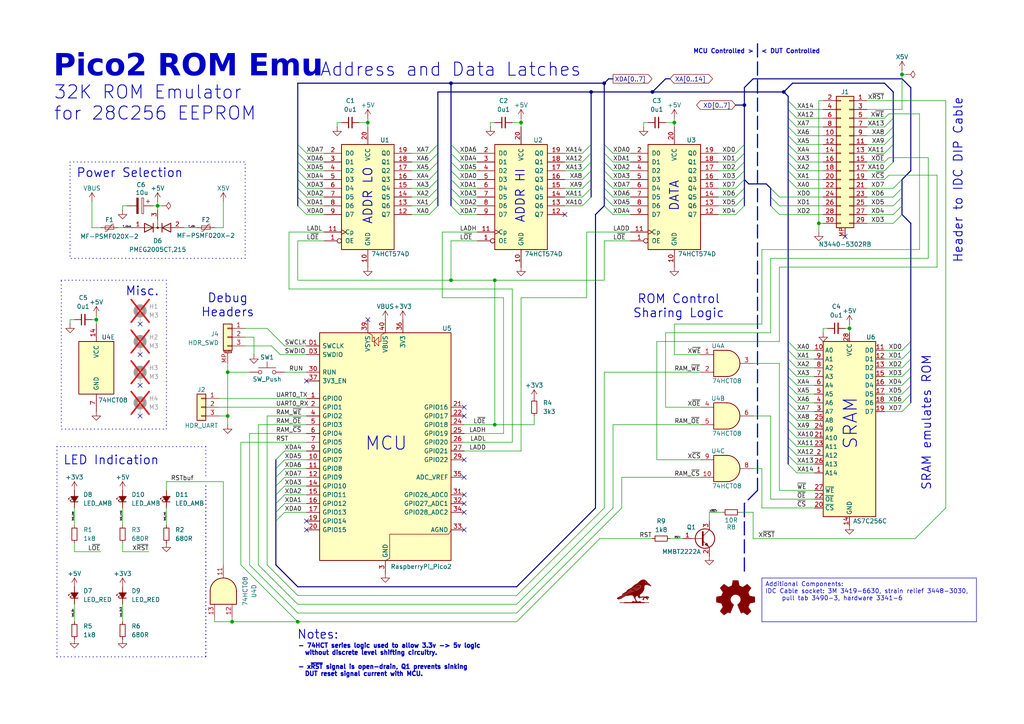
<source format=kicad_sch>
(kicad_sch (version 20250114) (generator "eeschema") (generator_version "9.0")
  (paper "A4")
  (title_block (title "RPi Pico 2 32k x 8 ROM Emulator") (date "2025-04-16") (rev "1") (company "Grackle Computing") (comment 1 "CC BY-SA-NC 4.0"))
  (rectangle (start 20.32 46.99) (end 71.12 74.93) (stroke (width 0.25) (type dot)))
  (rectangle (start 17.78 81.28) (end 48.26 124.46) (stroke (width 0.25) (type dot)))
  (text "32K ROM Emulator\nfor 28C256 EEPROM" (at 15.494 29.972 0) (effects (font (size 3.81 3.81) (thickness 0.254) (bold yes)) (justify left)))
  (text "ADDR LO" (at 106.68 56.896 90) (effects (font (size 2.54 2.54) (thickness 0.254) (bold yes))))
  (text "Notes:" (at 86.106 185.674 0) (effects (font (size 2.54 2.54) (thickness 0.254) (bold yes)) (justify left bottom)))
  (text "LED Indication" (at 18.288 133.604 0) (effects (font (size 2.54 2.54) (thickness 0.254) (bold yes)) (justify left)))
  (text "Header to IDC DIP Cable" (at 277.876 52.324 90) (effects (font (size 2.54 2.54) (thickness 0.254) (bold yes))))
  (text "Address and Data Latches" (at 92.71 20.32 0) (effects (font (size 3.81 3.81) (thickness 0.254) (bold yes)) (justify left)))
  (text "Misc." (at 36.322 84.582 0) (effects (font (size 2.54 2.54) (thickness 0.254) (bold yes)) (justify left)))
  (text "ROM Control\nSharing Logic" (at 196.85 88.9 0) (effects (font (size 2.54 2.54) (thickness 0.254) (bold yes))))
  (text "DATA" (at 195.58 56.896 90) (effects (font (size 2.54 2.54) (thickness 0.254) (bold yes))))
  (text "Debug\nHeaders" (at 66.04 88.646 0) (effects (font (size 2.54 2.54) (thickness 0.254) (bold yes))))
  (text "MCU" (at 112.014 128.778 0) (effects (font (size 3.81 3.81) (thickness 0.254) (bold yes))))
  (text "MCU Controlled >" (at 218.694 14.986 0) (effects (font (size 1.27 1.27) (thickness 0.254) (bold yes)) (justify right)))
  (text "Power Selection" (at 22.098 50.292 0) (effects (font (size 2.54 2.54) (thickness 0.254) (bold yes)) (justify left)))
  (text "SRAM emulates ROM" (at 268.732 122.682 90) (effects (font (size 2.54 2.54) (thickness 0.254) (bold yes))))
  (text "SRAM" (at 246.634 122.936 90) (effects (font (size 3.81 3.81) (thickness 0.254) (bold yes))))
  (text "< DUT Controlled" (at 220.726 14.986 0) (effects (font (size 1.27 1.27) (thickness 0.254) (bold yes)) (justify left)))
  (text "ADDR HI" (at 150.876 56.896 90) (effects (font (size 2.54 2.54) (thickness 0.254) (bold yes))))
  (text "- 74HCT series logic used to allow 3.3v -> 5v logic \n  without discrete level shifting circuitry.\n\n- x~{RST} signal is open-drain, Q1 prevents sinking \n  DUT reset signal current with MCU." (at 86.36 186.69 0) (effects (font (size 1.27 1.27) (thickness 0.3175)) (justify left top)))
  (text "Pico2 ROM Emu" (at 15.494 21.082 0) (effects (font (size 6.35 6.35) (thickness 0.254) (bold yes)) (justify left)))
  (text_box "Additional Components:\nIDC Cable socket: 3M 3419-6630, strain relief 3448-3030,\n	pull tab 3490-3, hardware 3341-6" (at 220.98 167.64 0) (size 62.23 12.7) (margins 0.9525 0.9525 0.9525 0.9525) (effects (font (size 1.27 1.27)) (justify left top)))
  (junction (at 66.04 120.65))
  (junction (at 86.36 180.34))
  (junction (at 215.9 30.48))
  (junction (at 143.51 81.28))
  (junction (at 175.26 24.13))
  (junction (at 27.94 92.71))
  (junction (at 195.58 35.56))
  (junction (at 106.68 35.56))
  (junction (at 67.31 180.34))
  (junction (at 261.62 21.59))
  (junction (at 227.33 26.67))
  (junction (at 151.13 35.56))
  (junction (at 45.72 59.69))
  (junction (at 143.51 123.19))
  (junction (at 130.81 24.13))
  (junction (at 246.38 95.25))
  (junction (at 130.81 81.28))
  (junction (at 189.23 26.67))
  (junction (at 237.49 64.77))
  (junction (at 66.04 107.95))
  (junction (at 171.45 26.67))
  (no_connect (at 245.11 68.58))
  (no_connect (at 88.9 151.13))
  (no_connect (at 106.68 92.71))
  (no_connect (at 40.64 120.65))
  (no_connect (at 134.62 146.05))
  (no_connect (at 134.62 148.59))
  (no_connect (at 88.9 110.49))
  (no_connect (at 40.64 111.76))
  (no_connect (at 134.62 153.67))
  (no_connect (at 134.62 133.35))
  (no_connect (at 134.62 118.11))
  (no_connect (at 163.83 62.23))
  (no_connect (at 134.62 143.51))
  (no_connect (at 134.62 120.65))
  (no_connect (at 134.62 138.43))
  (no_connect (at 40.64 93.98))
  (no_connect (at 40.64 102.87))
  (no_connect (at 88.9 153.67))
  (bus_entry (at 231.14 132.08) (size -2.54 -2.54))
  (bus_entry (at 231.14 137.16) (size -2.54 -2.54))
  (bus_entry (at 223.52 59.69) (size 2.54 2.54))
  (bus_entry (at 124.46 49.53) (size 2.54 -2.54))
  (bus_entry (at 231.14 106.68) (size -2.54 -2.54))
  (bus_entry (at 168.91 44.45) (size 2.54 -2.54))
  (bus_entry (at 213.36 44.45) (size 2.54 -2.54))
  (bus_entry (at 88.9 52.07) (size -2.54 -2.54))
  (bus_entry (at 261.62 116.84) (size 2.54 -2.54))
  (bus_entry (at 259.08 62.23) (size 2.54 -2.54))
  (bus_entry (at 231.14 104.14) (size -2.54 -2.54))
  (bus_entry (at 231.14 36.83) (size -2.54 -2.54))
  (bus_entry (at 82.55 133.35) (size -2.54 2.54))
  (bus_entry (at 231.14 111.76) (size -2.54 -2.54))
  (bus_entry (at 256.54 39.37) (size 2.54 -2.54))
  (bus_entry (at 88.9 49.53) (size -2.54 -2.54))
  (bus_entry (at 213.36 59.69) (size 2.54 -2.54))
  (bus_entry (at 88.9 46.99) (size -2.54 -2.54))
  (bus_entry (at 231.14 119.38) (size -2.54 -2.54))
  (bus_entry (at 133.35 57.15) (size -2.54 -2.54))
  (bus_entry (at 124.46 54.61) (size 2.54 -2.54))
  (bus_entry (at 261.62 109.22) (size 2.54 -2.54))
  (bus_entry (at 82.55 130.81) (size -2.54 2.54))
  (bus_entry (at 168.91 57.15) (size 2.54 -2.54))
  (bus_entry (at 213.36 57.15) (size 2.54 -2.54))
  (bus_entry (at 231.14 44.45) (size -2.54 -2.54))
  (bus_entry (at 88.9 44.45) (size -2.54 -2.54))
  (bus_entry (at 231.14 52.07) (size -2.54 -2.54))
  (bus_entry (at 88.9 59.69) (size -2.54 -2.54))
  (bus_entry (at 256.54 49.53) (size 2.54 -2.54))
  (bus_entry (at 223.52 54.61) (size 2.54 2.54))
  (bus_entry (at 82.55 148.59) (size -2.54 2.54))
  (bus_entry (at 133.35 54.61) (size -2.54 -2.54))
  (bus_entry (at 231.14 127) (size -2.54 -2.54))
  (bus_entry (at 231.14 116.84) (size -2.54 -2.54))
  (bus_entry (at 231.14 31.75) (size -2.54 -2.54))
  (bus_entry (at 177.8 54.61) (size -2.54 -2.54))
  (bus_entry (at 124.46 62.23) (size 2.54 -2.54))
  (bus_entry (at 261.62 119.38) (size 2.54 -2.54))
  (bus_entry (at 177.8 49.53) (size -2.54 -2.54))
  (bus_entry (at 82.55 135.89) (size -2.54 2.54))
  (bus_entry (at 256.54 36.83) (size 2.54 -2.54))
  (bus_entry (at 177.8 46.99) (size -2.54 -2.54))
  (bus_entry (at 261.62 101.6) (size 2.54 -2.54))
  (bus_entry (at 261.62 114.3) (size 2.54 -2.54))
  (bus_entry (at 133.35 59.69) (size -2.54 -2.54))
  (bus_entry (at 168.91 54.61) (size 2.54 -2.54))
  (bus_entry (at 124.46 57.15) (size 2.54 -2.54))
  (bus_entry (at 256.54 44.45) (size 2.54 -2.54))
  (bus_entry (at 259.08 57.15) (size 2.54 -2.54))
  (bus_entry (at 231.14 109.22) (size -2.54 -2.54))
  (bus_entry (at 259.08 64.77) (size 2.54 -2.54))
  (bus_entry (at 231.14 34.29) (size -2.54 -2.54))
  (bus_entry (at 261.62 106.68) (size 2.54 -2.54))
  (bus_entry (at 256.54 41.91) (size 2.54 -2.54))
  (bus_entry (at 261.62 104.14) (size 2.54 -2.54))
  (bus_entry (at 231.14 39.37) (size -2.54 -2.54))
  (bus_entry (at 168.91 46.99) (size 2.54 -2.54))
  (bus_entry (at 261.62 111.76) (size 2.54 -2.54))
  (bus_entry (at 231.14 46.99) (size -2.54 -2.54))
  (bus_entry (at 231.14 49.53) (size -2.54 -2.54))
  (bus_entry (at 133.35 44.45) (size -2.54 -2.54))
  (bus_entry (at 82.55 146.05) (size -2.54 2.54))
  (bus_entry (at 231.14 41.91) (size -2.54 -2.54))
  (bus_entry (at 177.8 59.69) (size -2.54 -2.54))
  (bus_entry (at 213.36 54.61) (size 2.54 -2.54))
  (bus_entry (at 168.91 49.53) (size 2.54 -2.54))
  (bus_entry (at 177.8 62.23) (size -2.54 -2.54))
  (bus_entry (at 133.35 62.23) (size -2.54 -2.54))
  (bus_entry (at 88.9 62.23) (size -2.54 -2.54))
  (bus_entry (at 213.36 62.23) (size 2.54 -2.54))
  (bus_entry (at 124.46 46.99) (size 2.54 -2.54))
  (bus_entry (at 259.08 59.69) (size 2.54 -2.54))
  (bus_entry (at 213.36 49.53) (size 2.54 -2.54))
  (bus_entry (at 82.55 143.51) (size -2.54 2.54))
  (bus_entry (at 133.35 46.99) (size -2.54 -2.54))
  (bus_entry (at 213.36 46.99) (size 2.54 -2.54))
  (bus_entry (at 231.14 124.46) (size -2.54 -2.54))
  (bus_entry (at 231.14 101.6) (size -2.54 -2.54))
  (bus_entry (at 133.35 52.07) (size -2.54 -2.54))
  (bus_entry (at 231.14 129.54) (size -2.54 -2.54))
  (bus_entry (at 231.14 134.62) (size -2.54 -2.54))
  (bus_entry (at 88.9 57.15) (size -2.54 -2.54))
  (bus_entry (at 231.14 121.92) (size -2.54 -2.54))
  (bus_entry (at 223.52 57.15) (size 2.54 2.54))
  (bus_entry (at 133.35 49.53) (size -2.54 -2.54))
  (bus_entry (at 88.9 54.61) (size -2.54 -2.54))
  (bus_entry (at 259.08 54.61) (size 2.54 -2.54))
  (bus_entry (at 124.46 44.45) (size 2.54 -2.54))
  (bus_entry (at 124.46 52.07) (size 2.54 -2.54))
  (bus_entry (at 231.14 114.3) (size -2.54 -2.54))
  (bus_entry (at 124.46 59.69) (size 2.54 -2.54))
  (bus_entry (at 82.55 138.43) (size -2.54 2.54))
  (bus_entry (at 177.8 52.07) (size -2.54 -2.54))
  (bus_entry (at 168.91 52.07) (size 2.54 -2.54))
  (bus_entry (at 177.8 57.15) (size -2.54 -2.54))
  (bus_entry (at 213.36 52.07) (size 2.54 -2.54))
  (bus_entry (at 82.55 140.97) (size -2.54 2.54))
  (bus_entry (at 177.8 44.45) (size -2.54 -2.54))
  (bus_entry (at 168.91 59.69) (size 2.54 -2.54))
  (bus_entry (at 231.14 54.61) (size -2.54 -2.54))
  (wire (pts (xy 182.88 44.45) (xy 177.8 44.45)))
  (wire (pts (xy 257.81 45.72) (xy 269.24 45.72)))
  (bus (pts (xy 264.16 64.77) (xy 264.16 99.06)))
  (wire (pts (xy 193.04 118.11) (xy 203.2 118.11)))
  (wire (pts (xy 93.98 44.45) (xy 88.9 44.45)))
  (bus (pts (xy 228.6 121.92) (xy 228.6 124.46)))
  (wire (pts (xy 231.14 36.83) (xy 238.76 36.83)))
  (bus (pts (xy 176.53 22.86) (xy 177.8 22.86)))
  (bus (pts (xy 127 26.67) (xy 127 41.91)))
  (bus (pts (xy 215.9 52.07) (xy 215.9 54.61)))
  (wire (pts (xy 149.86 180.34) (xy 173.99 156.21)))
  (bus (pts (xy 228.6 27.94) (xy 227.33 26.67)))
  (wire (pts (xy 246.38 93.98) (xy 246.38 95.25)))
  (bus (pts (xy 228.6 39.37) (xy 228.6 41.91)))
  (wire (pts (xy 251.46 59.69) (xy 259.08 59.69)))
  (bus (pts (xy 228.6 29.21) (xy 228.6 31.75)))
  (bus (pts (xy 228.6 111.76) (xy 228.6 114.3)))
  (wire (pts (xy 45.72 58.42) (xy 45.72 59.69)))
  (wire (pts (xy 151.13 86.36) (xy 170.18 86.36)))
  (wire (pts (xy 193.04 96.52) (xy 193.04 118.11)))
  (wire (pts (xy 82.55 143.51) (xy 88.9 143.51)))
  (bus (pts (xy 193.04 22.86) (xy 189.23 26.67)))
  (bus (pts (xy 80.01 140.97) (xy 80.01 143.51)))
  (wire (pts (xy 34.29 66.04) (xy 38.1 66.04)))
  (wire (pts (xy 218.44 105.41) (xy 226.06 105.41)))
  (wire (pts (xy 220.98 72.39) (xy 266.7 72.39)))
  (wire (pts (xy 77.47 95.25) (xy 82.55 100.33)))
  (wire (pts (xy 251.46 64.77) (xy 259.08 64.77)))
  (bus (pts (xy 264.16 109.22) (xy 264.16 111.76)))
  (bus (pts (xy 218.44 22.86) (xy 261.62 22.86)))
  (bus (pts (xy 130.81 24.13) (xy 130.81 41.91)))
  (wire (pts (xy 130.81 69.85) (xy 138.43 69.85)))
  (bus (pts (xy 172.72 62.23) (xy 175.26 59.69)))
  (bus (pts (xy 228.6 109.22) (xy 228.6 111.76)))
  (bus (pts (xy 175.26 24.13) (xy 175.26 41.91)))
  (bus (pts (xy 228.6 106.68) (xy 228.6 109.22)))
  (polyline (pts (xy 59.69 129.54) (xy 59.69 138.43)) (stroke (width 0.25) (type dot)))
  (wire (pts (xy 256.54 104.14) (xy 261.62 104.14)))
  (bus (pts (xy 80.01 163.83) (xy 86.36 170.18)))
  (wire (pts (xy 195.58 93.98) (xy 220.98 93.98)))
  (bus (pts (xy 213.36 30.48) (xy 215.9 30.48)))
  (wire (pts (xy 261.62 21.59) (xy 261.62 31.75)))
  (wire (pts (xy 62.23 66.04) (xy 64.77 66.04)))
  (wire (pts (xy 208.28 54.61) (xy 213.36 54.61)))
  (wire (pts (xy 208.28 57.15) (xy 213.36 57.15)))
  (bus (pts (xy 228.6 46.99) (xy 228.6 49.53)))
  (wire (pts (xy 237.49 64.77) (xy 238.76 64.77)))
  (bus (pts (xy 228.6 132.08) (xy 228.6 134.62)))
  (wire (pts (xy 236.22 104.14) (xy 231.14 104.14)))
  (wire (pts (xy 256.54 109.22) (xy 261.62 109.22)))
  (wire (pts (xy 119.38 44.45) (xy 124.46 44.45)))
  (wire (pts (xy 231.14 49.53) (xy 238.76 49.53)))
  (wire (pts (xy 190.5 99.06) (xy 190.5 133.35)))
  (wire (pts (xy 81.28 102.87) (xy 88.9 102.87)))
  (wire (pts (xy 193.04 35.56) (xy 195.58 35.56)))
  (wire (pts (xy 177.8 123.19) (xy 177.8 147.32)))
  (bus (pts (xy 228.6 101.6) (xy 228.6 104.14)))
  (wire (pts (xy 195.58 93.98) (xy 195.58 102.87)))
  (bus (pts (xy 217.17 53.34) (xy 215.9 52.07)))
  (bus (pts (xy 215.9 49.53) (xy 215.9 52.07)))
  (bus (pts (xy 189.23 26.67) (xy 227.33 26.67)))
  (bus (pts (xy 264.16 49.53) (xy 261.62 52.07)))
  (wire (pts (xy 236.22 121.92) (xy 231.14 121.92)))
  (wire (pts (xy 226.06 105.41) (xy 226.06 142.24)))
  (bus (pts (xy 171.45 57.15) (xy 171.45 54.61)))
  (wire (pts (xy 186.69 35.56) (xy 186.69 36.83)))
  (wire (pts (xy 27.94 91.44) (xy 27.94 92.71)))
  (wire (pts (xy 251.46 49.53) (xy 256.54 49.53)))
  (wire (pts (xy 21.59 157.48) (xy 21.59 160.02)))
  (bus (pts (xy 130.81 52.07) (xy 130.81 49.53)))
  (wire (pts (xy 208.28 52.07) (xy 213.36 52.07)))
  (wire (pts (xy 69.85 128.27) (xy 88.9 128.27)))
  (wire (pts (xy 93.98 52.07) (xy 88.9 52.07)))
  (wire (pts (xy 21.59 175.26) (xy 21.59 180.34)))
  (wire (pts (xy 82.55 138.43) (xy 88.9 138.43)))
  (wire (pts (xy 231.14 52.07) (xy 238.76 52.07)))
  (bus (pts (xy 80.01 146.05) (xy 80.01 148.59)))
  (wire (pts (xy 82.55 107.95) (xy 88.9 107.95)))
  (bus (pts (xy 215.9 54.61) (xy 215.9 57.15)))
  (polyline (pts (xy 16.51 129.54) (xy 16.51 190.5)) (stroke (width 0.25) (type dot)))
  (wire (pts (xy 251.46 36.83) (xy 256.54 36.83)))
  (bus (pts (xy 175.26 49.53) (xy 175.26 46.99)))
  (wire (pts (xy 190.5 99.06) (xy 226.06 99.06)))
  (wire (pts (xy 83.82 67.31) (xy 83.82 83.82)))
  (wire (pts (xy 44.45 59.69) (xy 45.72 59.69)))
  (bus (pts (xy 193.04 22.86) (xy 194.31 22.86)))
  (bus (pts (xy 171.45 26.67) (xy 189.23 26.67)))
  (wire (pts (xy 271.78 50.8) (xy 271.78 77.47)))
  (wire (pts (xy 106.68 34.29) (xy 106.68 35.56)))
  (bus (pts (xy 80.01 138.43) (xy 80.01 140.97)))
  (bus (pts (xy 264.16 64.77) (xy 261.62 62.23)))
  (bus (pts (xy 215.9 44.45) (xy 215.9 46.99)))
  (wire (pts (xy 138.43 59.69) (xy 133.35 59.69)))
  (bus (pts (xy 228.6 99.06) (xy 228.6 101.6)))
  (bus (pts (xy 228.6 114.3) (xy 228.6 116.84)))
  (bus (pts (xy 171.45 54.61) (xy 171.45 52.07)))
  (wire (pts (xy 20.32 92.71) (xy 21.59 92.71)))
  (bus (pts (xy 80.01 148.59) (xy 80.01 151.13)))
  (wire (pts (xy 130.81 81.28) (xy 143.51 81.28)))
  (wire (pts (xy 190.5 133.35) (xy 203.2 133.35)))
  (wire (pts (xy 86.36 177.8) (xy 72.39 163.83)))
  (wire (pts (xy 138.43 44.45) (xy 133.35 44.45)))
  (wire (pts (xy 261.62 21.59) (xy 262.89 21.59)))
  (wire (pts (xy 175.26 69.85) (xy 182.88 69.85)))
  (wire (pts (xy 251.46 44.45) (xy 256.54 44.45)))
  (wire (pts (xy 77.47 120.65) (xy 77.47 163.83)))
  (wire (pts (xy 236.22 134.62) (xy 231.14 134.62)))
  (wire (pts (xy 237.49 29.21) (xy 237.49 64.77)))
  (wire (pts (xy 205.74 148.59) (xy 205.74 151.13)))
  (bus (pts (xy 171.45 26.67) (xy 171.45 41.91)))
  (bus (pts (xy 130.81 59.69) (xy 130.81 57.15)))
  (bus (pts (xy 127 44.45) (xy 127 41.91)))
  (wire (pts (xy 245.11 95.25) (xy 246.38 95.25)))
  (wire (pts (xy 180.34 138.43) (xy 203.2 138.43)))
  (wire (pts (xy 236.22 137.16) (xy 231.14 137.16)))
  (wire (pts (xy 128.27 86.36) (xy 146.05 86.36)))
  (wire (pts (xy 83.82 83.82) (xy 148.59 83.82)))
  (bus (pts (xy 80.01 135.89) (xy 80.01 138.43)))
  (bus (pts (xy 264.16 101.6) (xy 264.16 104.14)))
  (bus (pts (xy 228.6 44.45) (xy 228.6 46.99)))
  (wire (pts (xy 175.26 69.85) (xy 175.26 81.28)))
  (bus (pts (xy 171.45 49.53) (xy 171.45 46.99)))
  (wire (pts (xy 246.38 95.25) (xy 246.38 96.52)))
  (wire (pts (xy 237.49 64.77) (xy 237.49 67.31)))
  (wire (pts (xy 35.56 147.32) (xy 35.56 152.4)))
  (wire (pts (xy 82.55 146.05) (xy 88.9 146.05)))
  (bus (pts (xy 228.6 104.14) (xy 228.6 106.68)))
  (bus (pts (xy 130.81 44.45) (xy 130.81 41.91)))
  (wire (pts (xy 195.58 34.29) (xy 195.58 35.56)))
  (bus (pts (xy 259.08 46.99) (xy 259.08 41.91)))
  (wire (pts (xy 251.46 29.21) (xy 274.32 29.21)))
  (wire (pts (xy 86.36 180.34) (xy 149.86 180.34)))
  (bus (pts (xy 215.9 57.15) (xy 215.9 59.69)))
  (bus (pts (xy 175.26 46.99) (xy 175.26 44.45)))
  (bus (pts (xy 130.81 24.13) (xy 175.26 24.13)))
  (wire (pts (xy 256.54 106.68) (xy 261.62 106.68)))
  (wire (pts (xy 138.43 54.61) (xy 133.35 54.61)))
  (wire (pts (xy 83.82 67.31) (xy 93.98 67.31)))
  (wire (pts (xy 257.81 50.8) (xy 271.78 50.8)))
  (wire (pts (xy 35.56 175.26) (xy 35.56 180.34)))
  (bus (pts (xy 259.08 39.37) (xy 259.08 36.83)))
  (wire (pts (xy 63.5 118.11) (xy 88.9 118.11)))
  (wire (pts (xy 119.38 59.69) (xy 124.46 59.69)))
  (wire (pts (xy 63.5 120.65) (xy 66.04 120.65)))
  (wire (pts (xy 256.54 114.3) (xy 261.62 114.3)))
  (bus (pts (xy 86.36 44.45) (xy 86.36 41.91)))
  (bus (pts (xy 264.16 25.4) (xy 264.16 49.53)))
  (wire (pts (xy 82.55 135.89) (xy 88.9 135.89)))
  (wire (pts (xy 236.22 124.46) (xy 231.14 124.46)))
  (polyline (pts (xy 219.71 12.7) (xy 219.71 142.24)) (stroke (width 0.35) (type dash)))
  (bus (pts (xy 86.36 57.15) (xy 86.36 54.61)))
  (bus (pts (xy 259.08 26.67) (xy 259.08 34.29)))
  (bus (pts (xy 264.16 114.3) (xy 264.16 116.84)))
  (wire (pts (xy 35.56 59.69) (xy 36.83 59.69)))
  (wire (pts (xy 74.93 123.19) (xy 88.9 123.19)))
  (bus (pts (xy 264.16 104.14) (xy 264.16 106.68)))
  (wire (pts (xy 64.77 58.42) (xy 64.77 66.04)))
  (bus (pts (xy 261.62 59.69) (xy 261.62 62.23)))
  (wire (pts (xy 163.83 57.15) (xy 168.91 57.15)))
  (wire (pts (xy 251.46 62.23) (xy 259.08 62.23)))
  (wire (pts (xy 231.14 31.75) (xy 238.76 31.75)))
  (wire (pts (xy 226.06 62.23) (xy 238.76 62.23)))
  (wire (pts (xy 218.44 120.65) (xy 223.52 120.65)))
  (wire (pts (xy 35.56 59.69) (xy 35.56 60.96)))
  (wire (pts (xy 269.24 45.72) (xy 269.24 74.93)))
  (wire (pts (xy 237.49 29.21) (xy 238.76 29.21)))
  (wire (pts (xy 128.27 67.31) (xy 128.27 86.36)))
  (wire (pts (xy 208.28 44.45) (xy 213.36 44.45)))
  (wire (pts (xy 256.54 34.29) (xy 257.81 33.02)))
  (wire (pts (xy 180.34 138.43) (xy 180.34 147.32)))
  (wire (pts (xy 149.86 177.8) (xy 86.36 177.8)))
  (wire (pts (xy 86.36 81.28) (xy 130.81 81.28)))
  (wire (pts (xy 106.68 35.56) (xy 106.68 36.83)))
  (wire (pts (xy 134.62 128.27) (xy 148.59 128.27)))
  (wire (pts (xy 180.34 147.32) (xy 149.86 177.8)))
  (bus (pts (xy 264.16 111.76) (xy 264.16 114.3)))
  (wire (pts (xy 48.26 147.32) (xy 48.26 152.4)))
  (wire (pts (xy 163.83 49.53) (xy 168.91 49.53)))
  (bus (pts (xy 130.81 49.53) (xy 130.81 46.99)))
  (wire (pts (xy 182.88 52.07) (xy 177.8 52.07)))
  (wire (pts (xy 27.94 92.71) (xy 27.94 93.98)))
  (wire (pts (xy 256.54 46.99) (xy 257.81 45.72)))
  (wire (pts (xy 231.14 39.37) (xy 238.76 39.37)))
  (wire (pts (xy 142.24 35.56) (xy 142.24 36.83)))
  (wire (pts (xy 177.8 123.19) (xy 203.2 123.19)))
  (bus (pts (xy 215.9 30.48) (xy 215.9 41.91)))
  (wire (pts (xy 218.44 156.21) (xy 265.43 156.21)))
  (wire (pts (xy 236.22 111.76) (xy 231.14 111.76)))
  (wire (pts (xy 231.14 46.99) (xy 238.76 46.99)))
  (wire (pts (xy 130.81 69.85) (xy 130.81 81.28)))
  (wire (pts (xy 238.76 95.25) (xy 238.76 96.52)))
  (wire (pts (xy 257.81 33.02) (xy 266.7 33.02)))
  (wire (pts (xy 154.94 120.65) (xy 154.94 123.19)))
  (wire (pts (xy 236.22 114.3) (xy 231.14 114.3)))
  (wire (pts (xy 73.66 97.79) (xy 73.66 102.87)))
  (bus (pts (xy 228.6 129.54) (xy 228.6 132.08)))
  (wire (pts (xy 148.59 83.82) (xy 148.59 128.27)))
  (wire (pts (xy 251.46 46.99) (xy 256.54 46.99)))
  (wire (pts (xy 251.46 54.61) (xy 259.08 54.61)))
  (bus (pts (xy 256.54 24.13) (xy 259.08 26.67)))
  (wire (pts (xy 175.26 107.95) (xy 175.26 147.32)))
  (wire (pts (xy 256.54 52.07) (xy 257.81 50.8)))
  (bus (pts (xy 86.36 46.99) (xy 86.36 44.45)))
  (wire (pts (xy 251.46 31.75) (xy 261.62 31.75)))
  (bus (pts (xy 215.9 46.99) (xy 215.9 49.53)))
  (wire (pts (xy 86.36 175.26) (xy 74.93 163.83)))
  (wire (pts (xy 93.98 59.69) (xy 88.9 59.69)))
  (bus (pts (xy 86.36 170.18) (xy 149.86 170.18)))
  (wire (pts (xy 119.38 62.23) (xy 124.46 62.23)))
  (polyline (pts (xy 215.9 146.05) (xy 215.9 166.37)) (stroke (width 0.35) (type dash)))
  (wire (pts (xy 170.18 67.31) (xy 182.88 67.31)))
  (bus (pts (xy 86.36 49.53) (xy 86.36 46.99)))
  (wire (pts (xy 64.77 139.7) (xy 64.77 163.83)))
  (wire (pts (xy 236.22 119.38) (xy 231.14 119.38)))
  (bus (pts (xy 228.6 116.84) (xy 228.6 119.38)))
  (bus (pts (xy 261.62 52.07) (xy 261.62 54.61)))
  (wire (pts (xy 274.32 29.21) (xy 274.32 147.32)))
  (wire (pts (xy 21.59 160.02) (xy 29.21 160.02)))
  (wire (pts (xy 93.98 57.15) (xy 88.9 57.15)))
  (wire (pts (xy 82.55 100.33) (xy 88.9 100.33)))
  (wire (pts (xy 163.83 44.45) (xy 168.91 44.45)))
  (wire (pts (xy 143.51 81.28) (xy 143.51 123.19)))
  (polyline (pts (xy 59.69 140.97) (xy 59.69 190.5)) (stroke (width 0.25) (type dot)))
  (wire (pts (xy 134.62 125.73) (xy 146.05 125.73)))
  (wire (pts (xy 151.13 35.56) (xy 151.13 36.83)))
  (wire (pts (xy 86.36 69.85) (xy 86.36 81.28)))
  (wire (pts (xy 82.55 140.97) (xy 88.9 140.97)))
  (wire (pts (xy 182.88 62.23) (xy 177.8 62.23)))
  (wire (pts (xy 151.13 34.29) (xy 151.13 35.56)))
  (wire (pts (xy 236.22 132.08) (xy 231.14 132.08)))
  (wire (pts (xy 182.88 49.53) (xy 177.8 49.53)))
  (bus (pts (xy 172.72 147.32) (xy 172.72 62.23)))
  (bus (pts (xy 86.36 52.07) (xy 86.36 49.53)))
  (wire (pts (xy 138.43 46.99) (xy 133.35 46.99)))
  (wire (pts (xy 251.46 41.91) (xy 256.54 41.91)))
  (bus (pts (xy 127 54.61) (xy 127 52.07)))
  (wire (pts (xy 142.24 35.56) (xy 143.51 35.56)))
  (bus (pts (xy 86.36 24.13) (xy 86.36 41.91)))
  (bus (pts (xy 229.87 24.13) (xy 256.54 24.13)))
  (bus (pts (xy 80.01 133.35) (xy 80.01 135.89)))
  (bus (pts (xy 130.81 57.15) (xy 130.81 54.61)))
  (wire (pts (xy 119.38 54.61) (xy 124.46 54.61)))
  (wire (pts (xy 214.63 148.59) (xy 218.44 148.59)))
  (wire (pts (xy 261.62 20.32) (xy 261.62 21.59)))
  (bus (pts (xy 127 52.07) (xy 127 49.53)))
  (wire (pts (xy 66.04 120.65) (xy 66.04 123.19)))
  (wire (pts (xy 149.86 172.72) (xy 86.36 172.72)))
  (wire (pts (xy 74.93 123.19) (xy 74.93 163.83)))
  (bus (pts (xy 261.62 54.61) (xy 261.62 57.15)))
  (wire (pts (xy 193.04 96.52) (xy 223.52 96.52)))
  (wire (pts (xy 69.85 128.27) (xy 69.85 163.83)))
  (wire (pts (xy 238.76 95.25) (xy 240.03 95.25)))
  (bus (pts (xy 215.9 25.4) (xy 218.44 22.86)))
  (wire (pts (xy 93.98 54.61) (xy 88.9 54.61)))
  (wire (pts (xy 251.46 57.15) (xy 259.08 57.15)))
  (wire (pts (xy 45.72 59.69) (xy 46.99 59.69)))
  (wire (pts (xy 182.88 57.15) (xy 177.8 57.15)))
  (bus (pts (xy 228.6 27.94) (xy 228.6 29.21)))
  (wire (pts (xy 93.98 46.99) (xy 88.9 46.99)))
  (wire (pts (xy 195.58 102.87) (xy 203.2 102.87)))
  (wire (pts (xy 48.26 139.7) (xy 48.26 142.24)))
  (wire (pts (xy 53.34 66.04) (xy 57.15 66.04)))
  (wire (pts (xy 97.79 35.56) (xy 99.06 35.56)))
  (wire (pts (xy 163.83 54.61) (xy 168.91 54.61)))
  (wire (pts (xy 226.06 142.24) (xy 236.22 142.24)))
  (bus (pts (xy 80.01 151.13) (xy 80.01 163.83)))
  (wire (pts (xy 72.39 125.73) (xy 72.39 163.83)))
  (wire (pts (xy 35.56 157.48) (xy 35.56 160.02)))
  (bus (pts (xy 223.52 54.61) (xy 223.52 57.15)))
  (bus (pts (xy 228.6 124.46) (xy 228.6 127)))
  (wire (pts (xy 194.31 156.21) (xy 198.12 156.21)))
  (bus (pts (xy 228.6 31.75) (xy 228.6 34.29)))
  (bus (pts (xy 149.86 170.18) (xy 172.72 147.32)))
  (wire (pts (xy 93.98 62.23) (xy 88.9 62.23)))
  (wire (pts (xy 69.85 163.83) (xy 86.36 180.34)))
  (bus (pts (xy 175.26 59.69) (xy 175.26 57.15)))
  (wire (pts (xy 71.12 95.25) (xy 77.47 95.25)))
  (wire (pts (xy 236.22 101.6) (xy 231.14 101.6)))
  (bus (pts (xy 127 46.99) (xy 127 44.45)))
  (wire (pts (xy 195.58 35.56) (xy 195.58 36.83)))
  (bus (pts (xy 228.6 34.29) (xy 228.6 36.83)))
  (wire (pts (xy 182.88 46.99) (xy 177.8 46.99)))
  (bus (pts (xy 127 57.15) (xy 127 54.61)))
  (wire (pts (xy 256.54 101.6) (xy 261.62 101.6)))
  (wire (pts (xy 71.12 97.79) (xy 73.66 97.79)))
  (wire (pts (xy 26.67 58.42) (xy 26.67 66.04)))
  (bus (pts (xy 130.81 46.99) (xy 130.81 44.45)))
  (wire (pts (xy 266.7 33.02) (xy 266.7 72.39)))
  (wire (pts (xy 182.88 59.69) (xy 177.8 59.69)))
  (wire (pts (xy 149.86 175.26) (xy 86.36 175.26)))
  (wire (pts (xy 20.32 92.71) (xy 20.32 93.98)))
  (wire (pts (xy 205.74 148.59) (xy 209.55 148.59)))
  (wire (pts (xy 138.43 62.23) (xy 133.35 62.23)))
  (wire (pts (xy 119.38 46.99) (xy 124.46 46.99)))
  (bus (pts (xy 175.26 52.07) (xy 175.26 49.53)))
  (bus (pts (xy 264.16 99.06) (xy 264.16 101.6)))
  (wire (pts (xy 251.46 52.07) (xy 256.54 52.07)))
  (wire (pts (xy 86.36 172.72) (xy 77.47 163.83)))
  (bus (pts (xy 228.6 49.53) (xy 228.6 52.07)))
  (bus (pts (xy 259.08 36.83) (xy 259.08 34.29)))
  (wire (pts (xy 220.98 135.89) (xy 220.98 147.32)))
  (wire (pts (xy 128.27 67.31) (xy 138.43 67.31)))
  (polyline (pts (xy 59.69 140.97) (xy 59.69 190.5)) (stroke (width 0.25) (type dot)))
  (bus (pts (xy 259.08 41.91) (xy 259.08 39.37)))
  (wire (pts (xy 119.38 57.15) (xy 124.46 57.15)))
  (wire (pts (xy 26.67 66.04) (xy 29.21 66.04)))
  (wire (pts (xy 256.54 111.76) (xy 261.62 111.76)))
  (wire (pts (xy 177.8 147.32) (xy 149.86 175.26)))
  (bus (pts (xy 171.45 52.07) (xy 171.45 49.53)))
  (wire (pts (xy 86.36 69.85) (xy 93.98 69.85)))
  (bus (pts (xy 228.6 127) (xy 228.6 129.54)))
  (wire (pts (xy 231.14 34.29) (xy 238.76 34.29)))
  (polyline (pts (xy 16.51 129.54) (xy 59.69 129.54)) (stroke (width 0.25) (type dot)))
  (wire (pts (xy 72.39 125.73) (xy 88.9 125.73)))
  (wire (pts (xy 218.44 135.89) (xy 220.98 135.89)))
  (wire (pts (xy 223.52 144.78) (xy 236.22 144.78)))
  (bus (pts (xy 86.36 59.69) (xy 86.36 57.15)))
  (wire (pts (xy 134.62 123.19) (xy 143.51 123.19)))
  (wire (pts (xy 143.51 123.19) (xy 154.94 123.19)))
  (wire (pts (xy 231.14 54.61) (xy 238.76 54.61)))
  (wire (pts (xy 26.67 92.71) (xy 27.94 92.71)))
  (bus (pts (xy 227.33 26.67) (xy 229.87 24.13)))
  (wire (pts (xy 66.04 107.95) (xy 66.04 120.65)))
  (wire (pts (xy 236.22 116.84) (xy 231.14 116.84)))
  (bus (pts (xy 80.01 143.51) (xy 80.01 146.05)))
  (wire (pts (xy 170.18 67.31) (xy 170.18 86.36)))
  (wire (pts (xy 163.83 46.99) (xy 168.91 46.99)))
  (wire (pts (xy 274.32 147.32) (xy 265.43 156.21)))
  (bus (pts (xy 130.81 54.61) (xy 130.81 52.07)))
  (wire (pts (xy 256.54 119.38) (xy 261.62 119.38)))
  (wire (pts (xy 77.47 120.65) (xy 88.9 120.65)))
  (bus (pts (xy 127 26.67) (xy 171.45 26.67)))
  (wire (pts (xy 82.55 148.59) (xy 88.9 148.59)))
  (bus (pts (xy 176.53 22.86) (xy 175.26 24.13)))
  (bus (pts (xy 175.26 54.61) (xy 175.26 52.07)))
  (bus (pts (xy 171.45 44.45) (xy 171.45 41.91)))
  (wire (pts (xy 220.98 72.39) (xy 220.98 93.98)))
  (bus (pts (xy 215.9 25.4) (xy 215.9 30.48)))
  (wire (pts (xy 82.55 130.81) (xy 88.9 130.81)))
  (wire (pts (xy 163.83 59.69) (xy 168.91 59.69)))
  (bus (pts (xy 175.26 44.45) (xy 175.26 41.91)))
  (wire (pts (xy 175.26 107.95) (xy 203.2 107.95)))
  (wire (pts (xy 182.88 54.61) (xy 177.8 54.61)))
  (wire (pts (xy 48.26 139.7) (xy 64.77 139.7)))
  (polyline (pts (xy 219.71 142.24) (xy 215.9 146.05)) (stroke (width 0.35) (type dash)))
  (wire (pts (xy 220.98 147.32) (xy 236.22 147.32)))
  (wire (pts (xy 35.56 160.02) (xy 43.18 160.02)))
  (wire (pts (xy 63.5 115.57) (xy 88.9 115.57)))
  (wire (pts (xy 71.12 100.33) (xy 78.74 100.33)))
  (wire (pts (xy 134.62 130.81) (xy 151.13 130.81)))
  (wire (pts (xy 151.13 86.36) (xy 151.13 130.81)))
  (wire (pts (xy 236.22 127) (xy 231.14 127)))
  (wire (pts (xy 148.59 35.56) (xy 151.13 35.56)))
  (wire (pts (xy 226.06 57.15) (xy 238.76 57.15)))
  (wire (pts (xy 208.28 49.53) (xy 213.36 49.53)))
  (wire (pts (xy 143.51 81.28) (xy 175.26 81.28)))
  (wire (pts (xy 236.22 109.22) (xy 231.14 109.22)))
  (bus (pts (xy 223.52 57.15) (xy 223.52 59.69)))
  (wire (pts (xy 236.22 129.54) (xy 231.14 129.54)))
  (wire (pts (xy 119.38 49.53) (xy 124.46 49.53)))
  (bus (pts (xy 127 49.53) (xy 127 46.99)))
  (polyline (pts (xy 16.51 190.5) (xy 59.69 190.5)) (stroke (width 0.25) (type dot)))
  (bus (pts (xy 215.9 41.91) (xy 215.9 44.45)))
  (bus (pts (xy 228.6 119.38) (xy 228.6 121.92)))
  (wire (pts (xy 226.06 77.47) (xy 271.78 77.47)))
  (wire (pts (xy 223.52 74.93) (xy 269.24 74.93)))
  (wire (pts (xy 175.26 147.32) (xy 149.86 172.72)))
  (bus (pts (xy 228.6 52.07) (xy 228.6 99.06)))
  (wire (pts (xy 251.46 39.37) (xy 256.54 39.37)))
  (bus (pts (xy 228.6 41.91) (xy 228.6 44.45)))
  (bus (pts (xy 261.62 57.15) (xy 261.62 59.69)))
  (wire (pts (xy 236.22 106.68) (xy 231.14 106.68)))
  (wire (pts (xy 62.23 179.07) (xy 62.23 180.34)))
  (bus (pts (xy 228.6 36.83) (xy 228.6 39.37)))
  (wire (pts (xy 82.55 133.35) (xy 88.9 133.35)))
  (wire (pts (xy 67.31 179.07) (xy 67.31 180.34)))
  (bus (pts (xy 86.36 24.13) (xy 130.81 24.13)))
  (bus (pts (xy 175.26 57.15) (xy 175.26 54.61)))
  (bus (pts (xy 223.52 54.61) (xy 222.25 53.34)))
  (bus (pts (xy 222.25 53.34) (xy 217.17 53.34)))
  (wire (pts (xy 138.43 57.15) (xy 133.35 57.15)))
  (wire (pts (xy 208.28 59.69) (xy 213.36 59.69)))
  (wire (pts (xy 66.04 105.41) (xy 66.04 107.95)))
  (wire (pts (xy 119.38 52.07) (xy 124.46 52.07)))
  (wire (pts (xy 226.06 59.69) (xy 238.76 59.69)))
  (wire (pts (xy 186.69 35.56) (xy 187.96 35.56)))
  (wire (pts (xy 45.72 59.69) (xy 45.72 60.96)))
  (wire (pts (xy 138.43 52.07) (xy 133.35 52.07)))
  (wire (pts (xy 256.54 116.84) (xy 261.62 116.84)))
  (wire (pts (xy 173.99 156.21) (xy 189.23 156.21)))
  (wire (pts (xy 218.44 148.59) (xy 218.44 156.21)))
  (wire (pts (xy 66.04 107.95) (xy 72.39 107.95)))
  (wire (pts (xy 226.06 77.47) (xy 226.06 99.06)))
  (wire (pts (xy 93.98 49.53) (xy 88.9 49.53)))
  (bus (pts (xy 171.45 46.99) (xy 171.45 44.45)))
  (wire (pts (xy 223.52 120.65) (xy 223.52 144.78)))
  (wire (pts (xy 223.52 74.93) (xy 223.52 96.52)))
  (bus (pts (xy 86.36 54.61) (xy 86.36 52.07)))
  (wire (pts (xy 163.83 52.07) (xy 168.91 52.07)))
  (wire (pts (xy 146.05 86.36) (xy 146.05 125.73)))
  (wire (pts (xy 104.14 35.56) (xy 106.68 35.56)))
  (wire (pts (xy 231.14 41.91) (xy 238.76 41.91)))
  (bus (pts (xy 264.16 106.68) (xy 264.16 109.22)))
  (wire (pts (xy 21.59 147.32) (xy 21.59 152.4)))
  (wire (pts (xy 78.74 100.33) (xy 81.28 102.87)))
  (wire (pts (xy 97.79 35.56) (xy 97.79 36.83)))
  (wire (pts (xy 208.28 62.23) (xy 213.36 62.23)))
  (wire (pts (xy 67.31 180.34) (xy 86.36 180.34)))
  (bus (pts (xy 127 59.69) (xy 127 57.15)))
  (wire (pts (xy 251.46 34.29) (xy 256.54 34.29)))
  (wire (pts (xy 208.28 46.99) (xy 213.36 46.99)))
  (wire (pts (xy 138.43 49.53) (xy 133.35 49.53)))
  (wire (pts (xy 62.23 180.34) (xy 67.31 180.34)))
  (bus (pts (xy 261.62 22.86) (xy 264.16 25.4)))
  (wire (pts (xy 231.14 44.45) (xy 238.76 44.45)))
  (label "XA7" (at 231.14 36.83 0))
  (label "XD1" (at 261.62 104.14 180))
  (label "XD0" (at 261.62 101.6 180))
  (label "XA13" (at 168.91 49.53 180))
  (label "XD7" (at 213.36 54.61 180))
  (label "X~{RST}" (at 224.79 156.21 180))
  (label "LADL" (at 140.97 128.27 180))
  (label "XA2" (at 124.46 57.15 180))
  (label "XDA3" (at 177.8 52.07 0))
  (label "XA12" (at 168.91 46.99 180))
  (label "LADD" (at 140.97 130.81 180) (effects (font (thickness 0.1588))))
  (label "XD5" (at 256.54 59.69 180))
  (label "RAM_~{CS}" (at 195.58 138.43 0))
  (label "XA11" (at 256.54 44.45 180))
  (label "XD1" (at 213.36 46.99 180))
  (label "XA14" (at 168.91 44.45 180))
  (label "LADD" (at 177.8 67.31 0))
  (label "XDA5" (at 177.8 59.69 0))
  (label "L~{OE}" (at 177.8 69.85 0))
  (label "LADH" (at 133.35 67.31 0))
  (label "XA13" (at 231.14 134.62 0))
  (label "XA11" (at 231.14 129.54 0))
  (label "XA4" (at 124.46 52.07 180))
  (label "SWDIO" (at 82.55 102.87 0))
  (label "XDA6" (at 88.9 46.99 0))
  (label "XA13" (at 256.54 36.83 180))
  (label "XA2" (at 231.14 106.68 0))
  (label "XDA4" (at 82.55 130.81 0))
  (label "RAM_~{OE}" (at 195.58 123.19 0))
  (label "XA3" (at 124.46 54.61 180))
  (label "X~{RST}r" (at 205.74 148.59 0) (effects (font (size 0.508 0.508))))
  (label "X~{RST}" (at 43.18 160.02 180))
  (label "RUN" (at 83.82 107.95 0))
  (label "XD5" (at 261.62 114.3 180))
  (label "L~{OE}" (at 140.97 123.19 180))
  (label "XA12" (at 231.14 34.29 0))
  (label "XD3" (at 256.54 64.77 180))
  (label "XDA2" (at 133.35 59.69 0))
  (label "led_xrst" (at 35.56 151.13 90) (effects (font (size 0.508 0.508) (thickness 0.254) (bold yes))))
  (label "XD0" (at 213.36 44.45 180))
  (label "XDA5" (at 82.55 133.35 0))
  (label "XD4" (at 256.54 62.23 180))
  (label "XDA2" (at 88.9 57.15 0))
  (label "XD5" (at 213.36 59.69 180))
  (label "XA4" (at 231.14 44.45 0))
  (label "XA5" (at 124.46 49.53 180))
  (label "X~{RST}" (at 256.54 29.21 180))
  (label "L~{OE}" (at 29.21 160.02 180))
  (label "XA0" (at 124.46 62.23 180))
  (label "X~{OE}" (at 199.39 118.11 0))
  (label "f_x5v" (at 54.61 66.04 0) (effects (font (size 0.508 0.508))))
  (label "XDA7" (at 177.8 54.61 0))
  (label "XA6" (at 124.46 46.99 180))
  (label "SWCLK" (at 82.55 100.33 0))
  (label "XA3" (at 231.14 46.99 0))
  (label "XDA2" (at 82.55 143.51 0))
  (label "UART0_TX" (at 80.01 115.57 0))
  (label "XD3" (at 213.36 52.07 180))
  (label "XA0" (at 231.14 54.61 0))
  (label "XDA6" (at 133.35 44.45 0))
  (label "led_rst" (at 48.26 151.13 90) (effects (font (size 0.508 0.508) (thickness 0.254) (bold yes))))
  (label "XA0" (at 231.14 101.6 0))
  (label "XD2" (at 261.62 106.68 180))
  (label "RSTbuf" (at 49.53 139.7 0))
  (label "XA6" (at 231.14 39.37 0))
  (label "XA10" (at 256.54 49.53 180))
  (label "XA10" (at 231.14 127 0))
  (label "XD3" (at 261.62 109.22 180))
  (label "LADL" (at 88.9 67.31 0))
  (label "f_vbus" (at 35.56 66.04 0) (effects (font (size 0.508 0.508))))
  (label "XA11" (at 168.91 57.15 180))
  (label "XDA1" (at 177.8 46.99 0))
  (label "led_3v3" (at 35.56 179.07 90) (effects (font (size 0.508 0.508) (thickness 0.254) (bold yes))))
  (label "UART0_RX" (at 80.01 118.11 0))
  (label "XA1" (at 231.14 52.07 0))
  (label "led_loe" (at 21.59 151.13 90) (effects (font (size 0.508 0.508) (thickness 0.254) (bold yes))))
  (label "XD7" (at 256.54 54.61 180))
  (label "~{OE}" (at 231.14 144.78 0))
  (label "XA7" (at 231.14 119.38 0))
  (label "XD0" (at 231.14 57.15 0))
  (label "RSTr" (at 195.58 156.21 0) (effects (font (size 0.508 0.508))))
  (label "RST" (at 80.01 128.27 0) (effects (font (thickness 0.1588))))
  (label "XA10" (at 168.91 59.69 180))
  (label "RAM_~{OE}" (at 80.01 123.19 0))
  (label "X~{WE}" (at 199.39 102.87 0))
  (label "XA6" (at 231.14 116.84 0))
  (label "RST" (at 185.42 156.21 0))
  (label "XDA3" (at 82.55 140.97 0))
  (label "X~{WE}" (at 256.54 34.29 180))
  (label "XDA0" (at 177.8 44.45 0))
  (label "XDA5" (at 88.9 49.53 0))
  (label "XD6" (at 213.36 57.15 180))
  (label "X~{CS}" (at 199.39 133.35 0))
  (label "XA7" (at 124.46 44.45 180))
  (label "XA5" (at 231.14 114.3 0))
  (label "XDA1" (at 82.55 146.05 0))
  (label "RAM_~{CS}" (at 80.01 125.73 0))
  (label "XDA1" (at 88.9 59.69 0))
  (label "XA9" (at 256.54 41.91 180))
  (label "XDA7" (at 82.55 138.43 0))
  (label "XDA1" (at 133.35 54.61 0))
  (label "XD6" (at 256.54 57.15 180))
  (label "XA5" (at 231.14 41.91 0))
  (label "XA9" (at 168.91 54.61 180))
  (label "XA12" (at 231.14 132.08 0))
  (label "L~{OE}" (at 88.9 69.85 0))
  (label "XD4" (at 213.36 62.23 180))
  (label "RAM_~{WE}" (at 80.01 120.65 0))
  (label "XA9" (at 231.14 124.46 0))
  (label "XD4" (at 261.62 111.76 180))
  (label "led_5v" (at 21.59 179.07 90) (effects (font (size 0.508 0.508) (thickness 0.254) (bold yes))))
  (label "XDA4" (at 88.9 52.07 0))
  (label "XDA3" (at 88.9 54.61 0))
  (label "XD1" (at 231.14 59.69 0))
  (label "X~{OE}" (at 256.54 46.99 180))
  (label "XA2" (at 231.14 49.53 0))
  (label "XA14" (at 231.14 137.16 0))
  (label "XA8" (at 256.54 39.37 180))
  (label "XA8" (at 231.14 121.92 0))
  (label "XA1" (at 124.46 59.69 180))
  (label "RAM_~{WE}" (at 195.58 107.95 0))
  (label "XA4" (at 231.14 111.76 0))
  (label "L~{OE}" (at 133.35 69.85 0))
  (label "XD2" (at 231.14 62.23 0))
  (label "XDA6" (at 177.8 57.15 0))
  (label "XDA5" (at 133.35 49.53 0))
  (label "XA14" (at 231.14 31.75 0))
  (label "XDA7" (at 133.35 62.23 0))
  (label "XDA4" (at 133.35 46.99 0))
  (label "XD6" (at 261.62 116.84 180))
  (label "XD2" (at 213.36 49.53 180))
  (label "XDA0" (at 82.55 148.59 0))
  (label "XA3" (at 231.14 109.22 0))
  (label "XDA6" (at 82.55 135.89 0))
  (label "XDA2" (at 177.8 49.53 0))
  (label "XDA7" (at 88.9 44.45 0))
  (label "~{CS}" (at 231.14 147.32 0))
  (label "XD7" (at 261.62 119.38 180))
  (label "XDA0" (at 88.9 62.23 0))
  (label "X~{CS}" (at 256.54 52.07 180))
  (label "XDA0" (at 133.35 52.07 0))
  (label "XA1" (at 231.14 104.14 0))
  (label "XDA4" (at 177.8 62.23 0))
  (label "~{WE}" (at 231.14 142.24 0))
  (label "LADH" (at 140.97 125.73 180) (effects (font (thickness 0.1588))))
  (label "XDA3" (at 133.35 57.15 0))
  (label "XA8" (at 168.91 52.07 180))
  (global_label "XDA[0..7]" (shape output) (at 177.8 22.86 0) (property "Intersheetrefs" "${INTERSHEET_REFS}" (effects (hide yes))))
  (global_label "XA[0..14]" (shape bidirectional) (at 194.31 22.86 0) (property "Intersheetrefs" "${INTERSHEET_REFS}" (effects (hide yes))))
  (global_label "XD[0..7]" (shape bidirectional) (at 213.36 30.48 180) (property "Intersheetrefs" "${INTERSHEET_REFS}" (effects (hide yes))))
  (symbol (lib_id "power:+5V") (at 246.38 93.98 0) (unit 1)
    (property "Reference" "#PWR017" (effects (hide yes)))
    (property "Value" "+5V" (at 246.38 90.17 0))
    (property "Description" "Power symbol creates a global label with name \"+5V\"" (effects (hide yes)))
  )
  (symbol (lib_id "Device:LED_Small_Filled") (at 21.59 144.78 90) (unit 1)
    (property "Reference" "D8" (at 24.13 143.4464 90) (effects (justify right)))
    (property "Value" "LED_AMB" (at 24.13 145.9864 90) (effects (justify right)))
    (property "Footprint" "LED_SMD:LED_1206_3216Metric" (effects (hide yes)))
    (property "Description" "Light emitting diode, small symbol, filled shape" (effects (hide yes)))
    (property "Sim.Pins" "1=K 2=A" (effects (hide yes)))
    (property "Mfr Part" "HSMA-C150" (effects (hide yes)))
    (property "Mfr" "HSMA-C150" (effects (hide yes)))
  )
  (symbol (lib_id "power:GND") (at 73.66 102.87 0) (mirror y) (unit 1)
    (property "Reference" "#PWR041" (effects (hide yes)))
    (property "Value" "GND" (effects (hide yes)))
    (property "Description" "Power symbol creates a global label with name \"GND\" , ground" (effects (hide yes)))
  )
  (symbol (lib_id "Connector_Generic:Conn_01x03") (at 58.42 118.11 0) (mirror y) (unit 1)
    (property "Reference" "J2" (at 58.42 113.03 0))
    (property "Value" "HDR_UART" (at 58.42 123.444 0))
    (property "Footprint" "Connector_PinHeader_2.54mm:PinHeader_1x03_P2.54mm_Vertical" (effects (hide yes)))
    (property "Description" "Generic connector, single row, 01x03, script generated (kicad-library-utils/schlib/autogen/connector/)" (effects (hide yes)))
  )
  (symbol (lib_id "74xx:74HCT574") (at 195.58 57.15 0) (unit 1)
    (property "Reference" "U3" (at 199.136 40.64 0) (effects (justify left)))
    (property "Value" "74HCT574D" (at 196.596 73.66 0) (effects (justify left)))
    (property "Footprint" "Package_SO:SOIC-20W_7.5x12.8mm_P1.27mm" (effects (hide yes)))
    (property "Datasheet" "http://www.ti.com/lit/gpn/sn74HCT574" (effects (hide yes)))
    (property "Description" "8-bit Register, 3-state outputs" (effects (hide yes)))
    (property "Mfr" "74HCT574D,653" (effects (hide yes)))
  )
  (symbol (lib_id "power:GND") (at 27.94 119.38 0) (unit 1)
    (property "Reference" "#PWR036" (effects (hide yes)))
    (property "Value" "GND" (effects (hide yes)))
    (property "Description" "Power symbol creates a global label with name \"GND\" , ground" (effects (hide yes)))
  )
  (symbol (lib_id "power:+5V") (at 45.72 58.42 0) (unit 1)
    (property "Reference" "#PWR039" (effects (hide yes)))
    (property "Value" "+5V" (at 45.72 54.61 0))
    (property "Description" "Power symbol creates a global label with name \"+5V\"" (effects (hide yes)))
  )
  (symbol (lib_id "Mechanical:MountingHole_Pad") (at 40.64 118.11 0) (unit 1) (exclude_from_sim yes) (in_bom no) (on_board no) (dnp yes)
    (property "Reference" "H4" (at 43.18 115.5699 0) (effects (justify left)))
    (property "Value" "M3" (at 43.18 118.1099 0) (effects (justify left)))
    (property "Footprint" "MountingHole:MountingHole_3.2mm_M3_Pad" (effects (hide yes)))
    (property "Description" "Mounting Hole with connection" (effects (hide yes)))
  )
  (symbol (lib_id "power:+5V") (at 64.77 58.42 0) (unit 1)
    (property "Reference" "#PWR033" (effects (hide yes)))
    (property "Value" "X5V" (at 64.77 54.61 0))
    (property "Description" "Power symbol creates a global label with name \"+5V\"" (effects (hide yes)))
  )
  (symbol (lib_id "Device:LED_Small_Filled") (at 21.59 172.72 90) (unit 1)
    (property "Reference" "D7" (at 24.13 171.3864 90) (effects (justify right)))
    (property "Value" "LED_RED" (at 24.13 173.9264 90) (effects (justify right)))
    (property "Footprint" "LED_SMD:LED_1206_3216Metric" (effects (hide yes)))
    (property "Description" "Light emitting diode, small symbol, filled shape" (effects (hide yes)))
    (property "Sim.Pins" "1=K 2=A" (effects (hide yes)))
    (property "Mfr Part" "HSMC-C150" (effects (hide yes)))
    (property "Mfr" "HSMC-C150" (effects (hide yes)))
  )
  (symbol (lib_id "Device:Polyfuse_Small") (at 59.69 66.04 90) (unit 1)
    (property "Reference" "F2" (at 59.69 63.754 90))
    (property "Value" "MF-PSMF020X-2" (at 59.69 68.326 90))
    (property "Footprint" "Fuse:Fuse_0805_2012Metric" (effects (hide yes)))
    (property "Datasheet" "https://www.mouser.com/datasheet/2/54/mfpsmf-777676.pdf" (effects (hide yes)))
    (property "Description" "Resettable fuse, polymeric positive temperature coefficient, small symbol" (effects (hide yes)))
    (property "Mfr" "MF-PSMF020X-2" (effects (hide yes)))
  )
  (symbol (lib_id "power:GND") (at 246.38 152.4 0) (unit 1)
    (property "Reference" "#PWR026" (effects (hide yes)))
    (property "Value" "GND" (effects (hide yes)))
    (property "Description" "Power symbol creates a global label with name \"GND\" , ground" (effects (hide yes)))
  )
  (symbol (lib_id "power:+5V") (at 261.62 20.32 0) (unit 1)
    (property "Reference" "#PWR01" (effects (hide yes)))
    (property "Value" "X5V" (at 261.62 16.51 0))
    (property "Description" "Power symbol creates a global label with name \"+5V\"" (effects (hide yes)))
  )
  (symbol (lib_id "power:+3V3") (at 35.56 170.18 0) (unit 1)
    (property "Reference" "#PWR023" (effects (hide yes)))
    (property "Value" "+3V3" (at 35.56 166.37 0))
    (property "Description" "Power symbol creates a global label with name \"+3V3\"" (effects (hide yes)))
  )
  (symbol (lib_id "Device:LED_Small_Filled") (at 35.56 172.72 90) (unit 1)
    (property "Reference" "D9" (at 38.1 171.3864 90) (effects (justify right)))
    (property "Value" "LED_RED" (at 38.1 173.9264 90) (effects (justify right)))
    (property "Footprint" "LED_SMD:LED_1206_3216Metric" (effects (hide yes)))
    (property "Description" "Light emitting diode, small symbol, filled shape" (effects (hide yes)))
    (property "Sim.Pins" "1=K 2=A" (effects (hide yes)))
    (property "Mfr Part" "HSMC-C150" (effects (hide yes)))
    (property "Mfr" "HSMC-C150" (effects (hide yes)))
  )
  (symbol (lib_id "74xx:74LS08") (at 64.77 171.45 270) (mirror x) (unit 4)
    (property "Reference" "U4" (at 73.66 171.4583 0))
    (property "Value" "74HCT08" (at 71.12 171.4583 0))
    (property "Footprint" "Package_SO:SOIC-14_3.9x8.7mm_P1.27mm" (effects (hide yes)))
    (property "Datasheet" "http://www.ti.com/lit/gpn/sn74LS08" (effects (hide yes)))
    (property "Description" "Quad And2" (effects (hide yes)))
    (property "Mfr" "74HCT08D,653" (effects (hide yes)))
  )
  (symbol (lib_id "74xx:74HCT574") (at 151.13 57.15 0) (unit 1)
    (property "Reference" "U2" (at 154.686 40.64 0) (effects (justify left)))
    (property "Value" "74HCT574D" (at 152.146 73.66 0) (effects (justify left)))
    (property "Footprint" "Package_SO:SOIC-20W_7.5x12.8mm_P1.27mm" (effects (hide yes)))
    (property "Datasheet" "http://www.ti.com/lit/gpn/sn74HCT574" (effects (hide yes)))
    (property "Description" "8-bit Register, 3-state outputs" (effects (hide yes)))
    (property "Mfr" "74HCT574D,653" (effects (hide yes)))
  )
  (symbol (lib_id "power:GND") (at 237.49 67.31 0) (unit 1)
    (property "Reference" "#PWR08" (effects (hide yes)))
    (property "Value" "GND" (effects (hide yes)))
    (property "Description" "Power symbol creates a global label with name \"GND\" , ground" (effects (hide yes)))
  )
  (symbol (lib_id "power:GND") (at 111.76 166.37 0) (unit 1)
    (property "Reference" "#PWR042" (effects (hide yes)))
    (property "Value" "GND" (effects (hide yes)))
    (property "Description" "Power symbol creates a global label with name \"GND\" , ground" (effects (hide yes)))
  )
  (symbol (lib_id "power:PWR_FLAG") (at 262.89 21.59 270) (unit 1)
    (property "Reference" "#FLG01" (effects (hide yes)))
    (property "Value" "PWR_FLAG" (effects (hide yes)))
    (property "Description" "Special symbol for telling ERC where power comes from" (effects (hide yes)))
  )
  (symbol (lib_id "power:GND") (at 205.74 161.29 0) (unit 1)
    (property "Reference" "#PWR038" (effects (hide yes)))
    (property "Value" "GND" (effects (hide yes)))
    (property "Description" "Power symbol creates a global label with name \"GND\" , ground" (effects (hide yes)))
  )
  (symbol (lib_id "power:GND") (at 66.04 123.19 0) (unit 1)
    (property "Reference" "#PWR040" (effects (hide yes)))
    (property "Value" "GND" (effects (hide yes)))
    (property "Description" "Power symbol creates a global label with name \"GND\" , ground" (effects (hide yes)))
  )
  (symbol (lib_id "Device:R_Small") (at 21.59 154.94 0) (unit 1)
    (property "Reference" "R1" (at 24.13 153.6699 0) (effects (justify left)))
    (property "Value" "1k8" (at 24.13 156.2099 0) (effects (justify left)))
    (property "Footprint" "Resistor_SMD:R_0805_2012Metric" (effects (hide yes)))
    (property "Description" "Resistor, small symbol" (effects (hide yes)))
    (property "Mfr" "ERJ-P06J182V" (effects (hide yes)))
  )
  (symbol (lib_id "74xx:74LS08") (at 210.82 135.89 0) (unit 3)
    (property "Reference" "U4" (at 208.28 130.81 0))
    (property "Value" "74HCT08" (at 210.82 140.97 0))
    (property "Footprint" "Package_SO:SOIC-14_3.9x8.7mm_P1.27mm" (effects (hide yes)))
    (property "Datasheet" "http://www.ti.com/lit/gpn/sn74LS08" (effects (hide yes)))
    (property "Description" "Quad And2" (effects (hide yes)))
    (property "Mfr" "74HCT08D,653" (effects (hide yes)))
  )
  (symbol (lib_id "power:GND") (at 142.24 36.83 0) (unit 1)
    (property "Reference" "#PWR06" (effects (hide yes)))
    (property "Value" "GND" (effects (hide yes)))
    (property "Description" "Power symbol creates a global label with name \"GND\" , ground" (effects (hide yes)))
  )
  (symbol (lib_id "Device:Polyfuse_Small") (at 31.75 66.04 90) (unit 1)
    (property "Reference" "F1" (at 31.75 63.754 90))
    (property "Value" "MF-PSMF020X-2" (at 31.75 68.58 90))
    (property "Footprint" "Fuse:Fuse_0805_2012Metric" (effects (hide yes)))
    (property "Datasheet" "https://www.mouser.com/datasheet/2/54/mfpsmf-777676.pdf" (effects (hide yes)))
    (property "Description" "Resettable fuse, polymeric positive temperature coefficient, small symbol" (effects (hide yes)))
    (property "Mfr" "MF-PSMF020X-2" (effects (hide yes)))
  )
  (symbol (lib_id "power:+5V") (at 151.13 34.29 0) (mirror y) (unit 1)
    (property "Reference" "#PWR03" (effects (hide yes)))
    (property "Value" "+5V" (at 151.13 30.48 0))
    (property "Description" "Power symbol creates a global label with name \"+5V\"" (effects (hide yes)))
  )
  (symbol (lib_id "Connector_Generic_MountingPin:Conn_01x03_MountingPin") (at 66.04 97.79 0) (mirror y) (unit 1)
    (property "Reference" "J4" (at 63.5 96.8755 0) (effects (justify left)))
    (property "Value" "HDR_SWD" (at 63.5 99.4155 0) (effects (justify left)))
    (property "Footprint" "Connector_JST:JST_SH_SM03B-SRSS-TB_1x03-1MP_P1.00mm_Horizontal" (effects (hide yes)))
    (property "Description" "Generic connectable mounting pin connector, single row, 01x03, script generated (kicad-library-utils/schlib/autogen/connector/)" (effects (hide yes)))
    (property "Mfr" "SM03B-SRSS-TB(LF)(SN)" (effects (hide yes)))
  )
  (symbol (lib_id "power:PWR_FLAG") (at 46.99 59.69 270) (unit 1)
    (property "Reference" "#FLG03" (effects (hide yes)))
    (property "Value" "PWR_FLAG" (effects (hide yes)))
    (property "Description" "Special symbol for telling ERC where power comes from" (effects (hide yes)))
  )
  (symbol (lib_id "Device:C_Small") (at 146.05 35.56 90) (unit 1)
    (property "Reference" "C2" (at 146.05 29.21 90))
    (property "Value" "0u1" (at 146.05 31.75 90))
    (property "Footprint" "Capacitor_SMD:C_0805_2012Metric" (effects (hide yes)))
    (property "Description" "Unpolarized capacitor, small symbol" (effects (hide yes)))
    (property "Mfr" "08055C104M4T4A" (effects (hide yes)))
  )
  (symbol (lib_id "Device:R_Small") (at 154.94 118.11 0) (unit 1)
    (property "Reference" "R4" (at 157.48 116.8399 0) (effects (justify left)))
    (property "Value" "3k3" (at 157.48 119.3799 0) (effects (justify left)))
    (property "Footprint" "Resistor_SMD:R_0805_2012Metric" (effects (hide yes)))
    (property "Description" "Resistor, small symbol" (effects (hide yes)))
    (property "Mfr" "ERJ-P06D3301V" (effects (hide yes)))
  )
  (symbol (lib_id "74xx:74LS08") (at 210.82 120.65 0) (unit 2)
    (property "Reference" "U4" (at 208.28 115.57 0))
    (property "Value" "74HCT08" (at 210.82 125.73 0))
    (property "Footprint" "Package_SO:SOIC-14_3.9x8.7mm_P1.27mm" (effects (hide yes)))
    (property "Datasheet" "http://www.ti.com/lit/gpn/sn74LS08" (effects (hide yes)))
    (property "Description" "Quad And2" (effects (hide yes)))
    (property "Mfr" "74HCT08D,653" (effects (hide yes)))
  )
  (symbol (lib_id "power:GND") (at 35.56 185.42 0) (unit 1)
    (property "Reference" "#PWR025" (effects (hide yes)))
    (property "Value" "GND" (effects (hide yes)))
    (property "Description" "Power symbol creates a global label with name \"GND\" , ground" (effects (hide yes)))
  )
  (symbol (lib_id "74xx:74LS08") (at 27.94 106.68 0) (unit 5)
    (property "Reference" "U4" (at 29.464 97.79 0) (effects (justify left)))
    (property "Value" "74HCT08" (at 28.448 116.078 0) (effects (justify left)))
    (property "Footprint" "Package_SO:SOIC-14_3.9x8.7mm_P1.27mm" (effects (hide yes)))
    (property "Datasheet" "http://www.ti.com/lit/gpn/sn74LS08" (effects (hide yes)))
    (property "Description" "Quad And2" (effects (hide yes)))
    (property "Mfr" "74HCT08D,653" (effects (hide yes)))
  )
  (symbol (lib_id "Transistor_BJT:MMBT2222A") (at 203.2 156.21 0) (unit 1)
    (property "Reference" "Q1" (at 199.136 152.908 0) (effects (justify left)))
    (property "Value" "MMBT2222A" (at 192.024 160.02 0) (effects (justify left)))
    (property "Footprint" "Package_TO_SOT_SMD:SOT-23" (effects (hide yes)))
    (property "Datasheet" "https://assets.nexperia.com/documents/data-sheet/MMBT2222A.pdf" (effects (hide yes)))
    (property "Description" "600mA Ic, 40V Vce, NPN Transistor, SOT-23" (effects (hide yes)))
    (property "Mfr" "MMBT2222A" (effects (hide yes)))
  )
  (symbol (lib_id "Device:C_Small") (at 190.5 35.56 90) (unit 1)
    (property "Reference" "C3" (at 190.5 29.21 90))
    (property "Value" "0u1" (at 190.5 31.75 90))
    (property "Footprint" "Capacitor_SMD:C_0805_2012Metric" (effects (hide yes)))
    (property "Description" "Unpolarized capacitor, small symbol" (effects (hide yes)))
    (property "Mfr" "08055C104M4T4A" (effects (hide yes)))
  )
  (symbol (lib_id "Memory_EEPROM:28C256") (at 246.38 124.46 0) (unit 1)
    (property "Reference" "U6" (at 251.206 97.79 0) (effects (justify left)))
    (property "Value" "AS7C256C" (at 247.396 151.13 0) (effects (justify left)))
    (property "Footprint" "Package_DIP:DIP-28_W7.62mm_Socket" (effects (hide yes)))
    (property "Datasheet" "http://ww1.microchip.com/downloads/en/DeviceDoc/doc0006.pdf" (effects (hide yes)))
    (property "Description" "Paged Parallel EEPROM 256Kb (32K x 8), DIP-28/SOIC-28" (effects (hide yes)))
    (property "Mfr" "AS7C256C-15PCN" (effects (hide yes)))
  )
  (symbol (lib_id "power:GND") (at 48.26 157.48 0) (unit 1)
    (property "Reference" "#PWR037" (effects (hide yes)))
    (property "Value" "GND" (effects (hide yes)))
    (property "Description" "Power symbol creates a global label with name \"GND\" , ground" (effects (hide yes)))
  )
  (symbol (lib_id "power:VBUS") (at 26.67 58.42 0) (unit 1)
    (property "Reference" "#PWR032" (effects (hide yes)))
    (property "Value" "VBUS" (at 26.67 54.61 0))
    (property "Description" "Power symbol creates a global label with name \"VBUS\"" (effects (hide yes)))
  )
  (symbol (lib_id "power:+3V3") (at 116.84 92.71 0) (unit 1)
    (property "Reference" "#PWR031" (effects (hide yes)))
    (property "Value" "+3V3" (at 116.84 88.9 0))
    (property "Description" "Power symbol creates a global label with name \"+3V3\"" (effects (hide yes)))
  )
  (symbol (lib_id "Device:C_Polarized") (at 40.64 59.69 270) (unit 1)
    (property "Reference" "C6" (at 40.894 53.594 90))
    (property "Value" "10u" (at 41.148 55.88 90))
    (property "Footprint" "Capacitor_SMD:CP_Elec_5x5.4" (effects (hide yes)))
    (property "Description" "Polarized capacitor" (effects (hide yes)))
    (property "Mfr" "UUQ1E100MCL1GB" (effects (hide yes)))
  )
  (symbol (lib_id "Graphic:Logo_Open_Hardware_Small") (at 213.36 173.99 0) (unit 1) (exclude_from_sim yes) (in_bom no)
    (property "Reference" "#SYM1" (effects (hide yes)))
    (property "Value" "Logo_Open_Hardware_Small" (effects (hide yes)))
    (property "Footprint" "Symbol:OSHW-Symbol_8.9x8mm_Copper" (effects (hide yes)))
    (property "Description" "Open Hardware logo, small" (effects (hide yes)))
  )
  (symbol (lib_id "Device:LED_Small_Filled") (at 48.26 144.78 90) (unit 1)
    (property "Reference" "D11" (at 50.8 143.4464 90) (effects (justify right)))
    (property "Value" "LED_AMB" (at 50.8 145.9864 90) (effects (justify right)))
    (property "Footprint" "LED_SMD:LED_1206_3216Metric" (effects (hide yes)))
    (property "Description" "Light emitting diode, small symbol, filled shape" (effects (hide yes)))
    (property "Sim.Pins" "1=K 2=A" (effects (hide yes)))
    (property "Mfr Part" "HSMA-C150" (effects (hide yes)))
    (property "Mfr" "HSMA-C150" (effects (hide yes)))
  )
  (symbol (lib_id "Device:R_Small") (at 21.59 182.88 0) (unit 1)
    (property "Reference" "R5" (at 24.13 181.6099 0) (effects (justify left)))
    (property "Value" "1k8" (at 24.13 184.1499 0) (effects (justify left)))
    (property "Footprint" "Resistor_SMD:R_0805_2012Metric" (effects (hide yes)))
    (property "Description" "Resistor, small symbol" (effects (hide yes)))
    (property "Mfr" "ERJ-P06J182V" (effects (hide yes)))
  )
  (symbol (lib_id "Device:C_Small") (at 242.57 95.25 90) (unit 1)
    (property "Reference" "C4" (at 242.57 88.9 90))
    (property "Value" "0u1" (at 242.57 91.44 90))
    (property "Footprint" "Capacitor_SMD:C_0805_2012Metric" (effects (hide yes)))
    (property "Description" "Unpolarized capacitor, small symbol" (effects (hide yes)))
    (property "Mfr" "08055C104M4T4A" (effects (hide yes)))
  )
  (symbol (lib_id "74xx:74LS08") (at 210.82 105.41 0) (unit 1)
    (property "Reference" "U4" (at 208.28 100.33 0))
    (property "Value" "74HCT08" (at 210.82 110.49 0))
    (property "Footprint" "Package_SO:SOIC-14_3.9x8.7mm_P1.27mm" (effects (hide yes)))
    (property "Datasheet" "http://www.ti.com/lit/gpn/sn74LS08" (effects (hide yes)))
    (property "Description" "Quad And2" (effects (hide yes)))
    (property "Mfr" "74HCT08D,653" (effects (hide yes)))
  )
  (symbol (lib_id "power:GND") (at 238.76 96.52 0) (unit 1)
    (property "Reference" "#PWR018" (effects (hide yes)))
    (property "Value" "GND" (effects (hide yes)))
    (property "Description" "Power symbol creates a global label with name \"GND\" , ground" (effects (hide yes)))
  )
  (symbol (lib_id "power:+5V") (at 27.94 91.44 0) (unit 1)
    (property "Reference" "#PWR028" (effects (hide yes)))
    (property "Value" "+5V" (at 27.94 87.63 0))
    (property "Description" "Power symbol creates a global label with name \"+5V\"" (effects (hide yes)))
  )
  (symbol (lib_id "Device:R_Small") (at 35.56 182.88 0) (unit 1)
    (property "Reference" "R6" (at 38.1 181.6099 0) (effects (justify left)))
    (property "Value" "680R" (at 38.1 184.1499 0) (effects (justify left)))
    (property "Footprint" "Resistor_SMD:R_0805_2012Metric" (effects (hide yes)))
    (property "Description" "Resistor, small symbol" (effects (hide yes)))
    (property "Mfr" "ERJ-UP6D6800V" (effects (hide yes)))
  )
  (symbol (lib_id "power:+5V") (at 21.59 170.18 0) (unit 1)
    (property "Reference" "#PWR022" (effects (hide yes)))
    (property "Value" "+5V" (at 21.59 166.37 0))
    (property "Description" "Power symbol creates a global label with name \"+5V\"" (effects (hide yes)))
  )
  (symbol (lib_id "Device:C_Small") (at 101.6 35.56 90) (unit 1)
    (property "Reference" "C1" (at 101.6 29.21 90))
    (property "Value" "0u1" (at 101.6 31.75 90))
    (property "Footprint" "Capacitor_SMD:C_0805_2012Metric" (effects (hide yes)))
    (property "Description" "Unpolarized capacitor, small symbol" (effects (hide yes)))
    (property "Mfr" "08055C104M4T4A" (effects (hide yes)))
  )
  (symbol (lib_id "MCU_Module:RaspberryPi_Pico_Debug") (at 111.76 130.81 0) (unit 1)
    (property "Reference" "U5" (at 128.27 95.25 0) (effects (justify left)))
    (property "Value" "RaspberryPi_Pico2" (at 113.284 164.338 0) (effects (justify left)))
    (property "Footprint" "Module:RaspberryPi_Pico_SMD_HandSolder" (effects (hide yes)))
    (property "Datasheet" "https://datasheets.raspberrypi.com/pico/pico-datasheet.pdf" (effects (hide yes)))
    (property "Description" "Versatile and inexpensive microcontroller module (with debug pins) powered by RP2040 dual-core Arm Cortex-M0+ processor up to 133 MHz, 264kB SRAM, 2MB QSPI flash; also supports Raspberry Pi Pico 2" (effects (hide yes)))
  )
  (symbol (lib_id "power:+5V") (at 35.56 142.24 0) (unit 1)
    (property "Reference" "#PWR015" (effects (hide yes)))
    (property "Value" "+5V" (at 35.56 138.43 0))
    (property "Description" "Power symbol creates a global label with name \"+5V\"" (effects (hide yes)))
  )
  (symbol (lib_id "Device:LED_Small_Filled") (at 35.56 144.78 90) (unit 1)
    (property "Reference" "D10" (at 38.1 143.4464 90) (effects (justify right)))
    (property "Value" "LED_AMB" (at 38.1 145.9864 90) (effects (justify right)))
    (property "Footprint" "LED_SMD:LED_1206_3216Metric" (effects (hide yes)))
    (property "Description" "Light emitting diode, small symbol, filled shape" (effects (hide yes)))
    (property "Sim.Pins" "1=K 2=A" (effects (hide yes)))
    (property "Mfr Part" "HSMA-C150" (effects (hide yes)))
    (property "Mfr" "HSMA-C150" (effects (hide yes)))
  )
  (symbol (lib_id "power:+3V3") (at 21.59 142.24 0) (unit 1)
    (property "Reference" "#PWR013" (effects (hide yes)))
    (property "Value" "+3V3" (at 21.59 138.43 0))
    (property "Description" "Power symbol creates a global label with name \"+3V3\"" (effects (hide yes)))
  )
  (symbol (lib_id "Device:D_Dual_CommonCathode_AAK") (at 45.72 66.04 0) (mirror x) (unit 1)
    (property "Reference" "D6" (at 45.72 69.85 0))
    (property "Value" "PMEG2005CT,215" (at 45.72 72.39 0))
    (property "Footprint" "Package_TO_SOT_SMD:SOT-23" (effects (hide yes)))
    (property "Datasheet" "https://assets.nexperia.com/documents/data-sheet/PMEG2005CT.pdf" (effects (hide yes)))
    (property "Description" "Dual diode, common cathode on pin 3" (effects (hide yes)))
    (property "Mfr" "PMEG2005CT,215" (effects (hide yes)))
  )
  (symbol (lib_id "Device:C_Small") (at 24.13 92.71 90) (unit 1)
    (property "Reference" "C5" (at 24.13 86.36 90))
    (property "Value" "0u1" (at 24.13 88.9 90))
    (property "Footprint" "Capacitor_SMD:C_0805_2012Metric" (effects (hide yes)))
    (property "Description" "Unpolarized capacitor, small symbol" (effects (hide yes)))
    (property "Mfr" "08055C104M4T4A" (effects (hide yes)))
  )
  (symbol (lib_id "power:GND") (at 97.79 36.83 0) (unit 1)
    (property "Reference" "#PWR05" (effects (hide yes)))
    (property "Value" "GND" (effects (hide yes)))
    (property "Description" "Power symbol creates a global label with name \"GND\" , ground" (effects (hide yes)))
  )
  (symbol (lib_id "Device:R_Small") (at 212.09 148.59 90) (mirror x) (unit 1)
    (property "Reference" "R8" (at 212.09 152.908 90))
    (property "Value" "10R" (at 212.09 150.876 90))
    (property "Footprint" "Resistor_SMD:R_0805_2012Metric" (effects (hide yes)))
    (property "Description" "Resistor, small symbol" (effects (hide yes)))
    (property "Mfr" "ERJ-P06D3301V" (effects (hide yes)))
  )
  (symbol (lib_id "Connector_Generic:Conn_02x15_Odd_Even") (at 246.38 46.99 0) (mirror y) (unit 1)
    (property "Reference" "J1" (at 245.11 26.67 0))
    (property "Value" "N3440-5302RB" (at 245.11 70.866 0))
    (property "Footprint" "Connector_IDC:IDC-Header_2x15-1MP_P2.54mm_Latch_Horizontal" (effects (hide yes)))
    (property "Datasheet" "https://www.mouser.com/datasheet/2/1/06cdf5bb12a3974c0457da097ba2a31de62dd25a-2951398.pdf" (effects (hide yes)))
    (property "Description" "Generic connector, double row, 02x15, odd/even pin numbering scheme (row 1 odd numbers, row 2 even numbers), script generated (kicad-library-utils/schlib/autogen/connector/)" (effects (hide yes)))
    (property "Mfr Part" "N3440-5302RB" (effects (hide yes)))
    (property "Mfr" "N3440-5302RB" (effects (hide yes)))
  )
  (symbol (lib_id "Mechanical:MountingHole_Pad") (at 40.64 91.44 0) (unit 1) (exclude_from_sim yes) (in_bom no) (on_board no) (dnp yes)
    (property "Reference" "H1" (at 43.18 88.8999 0) (effects (justify left)))
    (property "Value" "M3" (at 43.18 91.4399 0) (effects (justify left)))
    (property "Footprint" "MountingHole:MountingHole_3.2mm_M3_Pad" (effects (hide yes)))
    (property "Description" "Mounting Hole with connection" (effects (hide yes)))
  )
  (symbol (lib_id "power:GND") (at 21.59 185.42 0) (unit 1)
    (property "Reference" "#PWR024" (effects (hide yes)))
    (property "Value" "GND" (effects (hide yes)))
    (property "Description" "Power symbol creates a global label with name \"GND\" , ground" (effects (hide yes)))
  )
  (symbol (lib_id "power:+3V3") (at 154.94 115.57 0) (unit 1)
    (property "Reference" "#PWR019" (effects (hide yes)))
    (property "Value" "+3V3" (at 154.94 111.76 0))
    (property "Description" "Power symbol creates a global label with name \"+3V3\"" (effects (hide yes)))
  )
  (symbol (lib_id "power:GND") (at 186.69 36.83 0) (unit 1)
    (property "Reference" "#PWR07" (effects (hide yes)))
    (property "Value" "GND" (effects (hide yes)))
    (property "Description" "Power symbol creates a global label with name \"GND\" , ground" (effects (hide yes)))
  )
  (symbol (lib_id "GrackleLogo12mm:LOGO") (at 184.15 171.45 0) (unit 1)
    (property "Reference" "#G1" (effects (hide yes)))
    (property "Value" "GrackleComputing" (effects (hide yes)))
    (property "Footprint" "CustomSymbols:GrackleLogo12mm" (effects (hide yes)))
  )
  (symbol (lib_id "Mechanical:MountingHole_Pad") (at 40.64 109.22 0) (unit 1) (exclude_from_sim yes) (in_bom no) (on_board no) (dnp yes)
    (property "Reference" "H3" (at 43.18 106.6799 0) (effects (justify left)))
    (property "Value" "M3" (at 43.18 109.2199 0) (effects (justify left)))
    (property "Footprint" "MountingHole:MountingHole_3.2mm_M3_Pad" (effects (hide yes)))
    (property "Description" "Mounting Hole with connection" (effects (hide yes)))
  )
  (symbol (lib_id "Mechanical:MountingHole_Pad") (at 40.64 100.33 0) (unit 1) (exclude_from_sim yes) (in_bom no) (on_board no) (dnp yes)
    (property "Reference" "H2" (at 43.18 97.7899 0) (effects (justify left)))
    (property "Value" "M3" (at 43.18 100.3299 0) (effects (justify left)))
    (property "Footprint" "MountingHole:MountingHole_3.2mm_M3_Pad" (effects (hide yes)))
    (property "Description" "Mounting Hole with connection" (effects (hide yes)))
  )
  (symbol (lib_id "Device:R_Small") (at 35.56 154.94 0) (unit 1)
    (property "Reference" "R3" (at 38.1 153.6699 0) (effects (justify left)))
    (property "Value" "680R" (at 38.1 156.2099 0) (effects (justify left)))
    (property "Footprint" "Resistor_SMD:R_0805_2012Metric" (effects (hide yes)))
    (property "Description" "Resistor, small symbol" (effects (hide yes)))
    (property "Mfr" "ERJ-UP6D6800V" (effects (hide yes)))
  )
  (symbol (lib_id "power:GND") (at 20.32 93.98 0) (unit 1)
    (property "Reference" "#PWR029" (effects (hide yes)))
    (property "Value" "GND" (effects (hide yes)))
    (property "Description" "Power symbol creates a global label with name \"GND\" , ground" (effects (hide yes)))
  )
  (symbol (lib_id "Device:R_Small") (at 48.26 154.94 0) (unit 1)
    (property "Reference" "R2" (at 50.8 153.6699 0) (effects (justify left)))
    (property "Value" "680R" (at 50.8 156.2099 0) (effects (justify left)))
    (property "Footprint" "Resistor_SMD:R_0805_2012Metric" (effects (hide yes)))
    (property "Description" "Resistor, small symbol" (effects (hide yes)))
    (property "Mfr" "ERJ-P06J182V" (effects (hide yes)))
  )
  (symbol (lib_id "power:VBUS") (at 111.76 92.71 0) (unit 1)
    (property "Reference" "#PWR034" (effects (hide yes)))
    (property "Value" "VBUS" (at 111.76 88.9 0))
    (property "Description" "Power symbol creates a global label with name \"VBUS\"" (effects (hide yes)))
  )
  (symbol (lib_id "74xx:74HCT574") (at 106.68 57.15 0) (unit 1)
    (property "Reference" "U1" (at 110.236 40.64 0) (effects (justify left)))
    (property "Value" "74HCT574D" (at 107.696 73.66 0) (effects (justify left)))
    (property "Footprint" "Package_SO:SOIC-20W_7.5x12.8mm_P1.27mm" (effects (hide yes)))
    (property "Datasheet" "http://www.ti.com/lit/gpn/sn74HCT574" (effects (hide yes)))
    (property "Description" "8-bit Register, 3-state outputs" (effects (hide yes)))
    (property "Mfr" "74HCT574D,653" (effects (hide yes)))
  )
  (symbol (lib_id "power:+5V") (at 195.58 34.29 0) (mirror y) (unit 1)
    (property "Reference" "#PWR04" (effects (hide yes)))
    (property "Value" "+5V" (at 195.58 30.48 0))
    (property "Description" "Power symbol creates a global label with name \"+5V\"" (effects (hide yes)))
  )
  (symbol (lib_id "Switch:SW_Push") (at 77.47 107.95 0) (mirror y) (unit 1)
    (property "Reference" "SW1" (at 77.47 103.632 0))
    (property "Value" "SW_Push" (at 77.47 109.982 0))
    (property "Footprint" "Button_Switch_THT:SW_PUSH_6mm" (effects (hide yes)))
    (property "Description" "Push button switch, generic, two pins" (effects (hide yes)))
  )
  (symbol (lib_id "power:GND") (at 195.58 77.47 0) (unit 1)
    (property "Reference" "#PWR011" (effects (hide yes)))
    (property "Value" "GND" (effects (hide yes)))
    (property "Description" "Power symbol creates a global label with name \"GND\" , ground" (effects (hide yes)))
  )
  (symbol (lib_id "power:GND") (at 35.56 60.96 0) (unit 1)
    (property "Reference" "#PWR035" (effects (hide yes)))
    (property "Value" "GND" (effects (hide yes)))
    (property "Description" "Power symbol creates a global label with name \"GND\" , ground" (effects (hide yes)))
  )
  (symbol (lib_id "power:+5V") (at 106.68 34.29 0) (mirror y) (unit 1)
    (property "Reference" "#PWR02" (effects (hide yes)))
    (property "Value" "+5V" (at 106.68 30.48 0))
    (property "Description" "Power symbol creates a global label with name \"+5V\"" (effects (hide yes)))
  )
  (symbol (lib_id "power:GND") (at 151.13 77.47 0) (unit 1)
    (property "Reference" "#PWR010" (effects (hide yes)))
    (property "Value" "GND" (effects (hide yes)))
    (property "Description" "Power symbol creates a global label with name \"GND\" , ground" (effects (hide yes)))
  )
  (symbol (lib_id "Device:R_Small") (at 191.77 156.21 90) (unit 1)
    (property "Reference" "R9" (at 191.77 151.13 90))
    (property "Value" "1k8" (at 191.77 153.67 90))
    (property "Footprint" "Resistor_SMD:R_0805_2012Metric" (effects (hide yes)))
    (property "Description" "Resistor, small symbol" (effects (hide yes)))
    (property "Mfr" "ERJ-P06J182V" (effects (hide yes)))
  )
  (symbol (lib_id "power:GND") (at 106.68 77.47 0) (unit 1)
    (property "Reference" "#PWR09" (effects (hide yes)))
    (property "Value" "GND" (effects (hide yes)))
    (property "Description" "Power symbol creates a global label with name \"GND\" , ground" (effects (hide yes)))
  )
)
</source>
